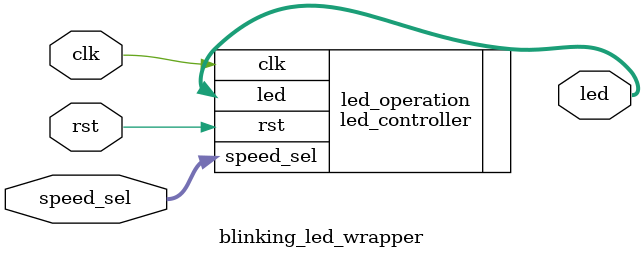
<source format=sv>
`timescale 1ns / 1ps


module blinking_led_wrapper(
    input logic clk,
    input logic rst,
    input logic [27:0] speed_sel,
    output logic [3:0] led
    );
    
    led_controller led_operation(
        .clk(clk),
        .rst(rst),
        .speed_sel(speed_sel),
        .led(led)
        );
endmodule

</source>
